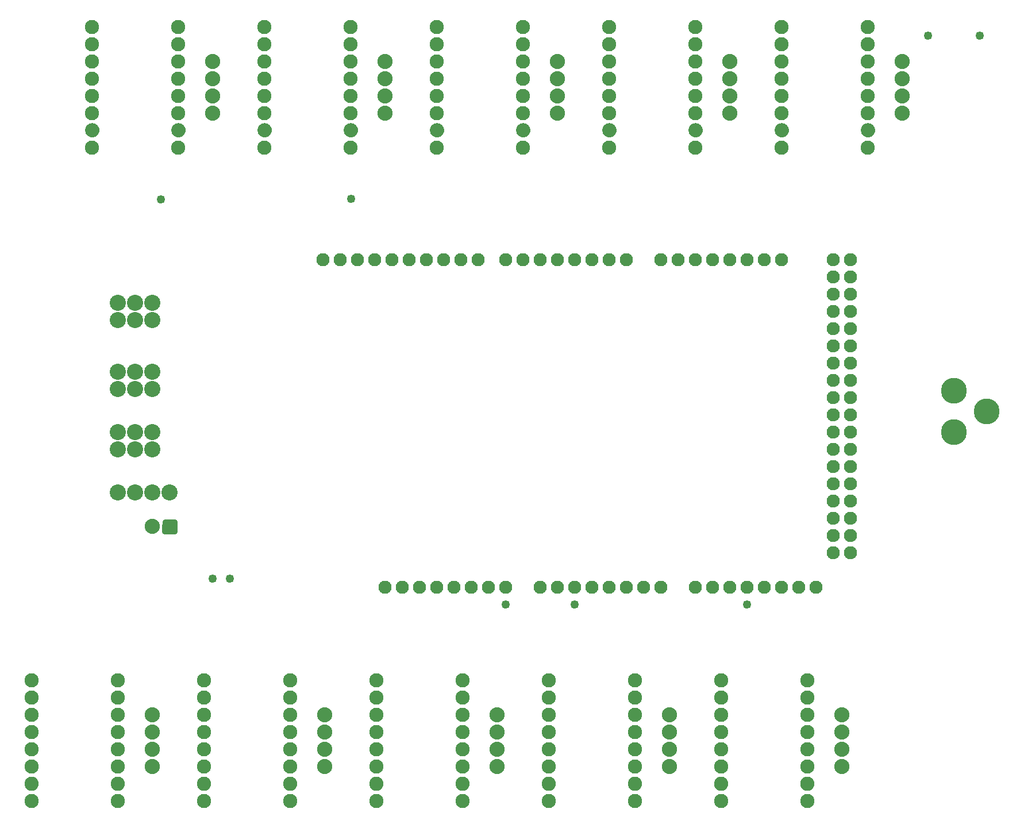
<source format=gbs>
G04 MADE WITH FRITZING*
G04 WWW.FRITZING.ORG*
G04 DOUBLE SIDED*
G04 HOLES PLATED*
G04 CONTOUR ON CENTER OF CONTOUR VECTOR*
%ASAXBY*%
%FSLAX23Y23*%
%MOIN*%
%OFA0B0*%
%SFA1.0B1.0*%
%ADD10C,0.076604*%
%ADD11C,0.076632*%
%ADD12C,0.075993*%
%ADD13C,0.088000*%
%ADD14C,0.093307*%
%ADD15C,0.049370*%
%ADD16C,0.082472*%
%ADD17C,0.082445*%
%ADD18C,0.082417*%
%ADD19C,0.150000*%
%ADD20C,0.000100*%
%ADD21C,0.030000*%
%ADD22R,0.001000X0.001000*%
%LNMASK0*%
G90*
G70*
G54D10*
X3987Y1602D03*
X4087Y1602D03*
X4187Y1602D03*
X4287Y1602D03*
X4387Y1602D03*
X4487Y1602D03*
X4587Y1602D03*
X4687Y1602D03*
X3087Y1602D03*
X3187Y1602D03*
X3287Y1602D03*
X3387Y1602D03*
X3487Y1602D03*
X3587Y1602D03*
X3687Y1602D03*
X3787Y1602D03*
G54D11*
X3787Y3502D03*
X3887Y3502D03*
X3987Y3502D03*
X4087Y3502D03*
X4187Y3502D03*
X4287Y3502D03*
X4387Y3502D03*
X4487Y3502D03*
G54D10*
X2187Y1602D03*
X2287Y1602D03*
X2387Y1602D03*
X2487Y1602D03*
X2587Y1602D03*
X2687Y1602D03*
X2787Y1602D03*
X2887Y1602D03*
G54D11*
X2727Y3502D03*
X2627Y3502D03*
X2527Y3502D03*
X2427Y3502D03*
X2327Y3502D03*
X2227Y3502D03*
X2127Y3502D03*
X2027Y3502D03*
X1927Y3502D03*
X1827Y3502D03*
X3587Y3502D03*
X3487Y3502D03*
X3387Y3502D03*
X3287Y3502D03*
X3187Y3502D03*
X3087Y3502D03*
X2987Y3502D03*
X2887Y3502D03*
G54D12*
X4787Y3502D03*
X4887Y3502D03*
X4787Y3402D03*
X4887Y3402D03*
X4787Y3302D03*
X4887Y3302D03*
X4787Y3202D03*
X4887Y3202D03*
X4787Y3102D03*
X4887Y3102D03*
X4787Y3002D03*
X4887Y3002D03*
X4787Y2902D03*
X4887Y2902D03*
X4787Y2802D03*
X4887Y2802D03*
X4787Y2702D03*
X4887Y2702D03*
X4787Y2602D03*
X4887Y2602D03*
X4787Y2502D03*
X4887Y2502D03*
X4787Y2402D03*
X4887Y2402D03*
X4787Y2302D03*
X4887Y2302D03*
X4787Y2202D03*
X4887Y2202D03*
X4787Y2102D03*
X4887Y2102D03*
X4787Y2002D03*
X4887Y2002D03*
X4787Y1902D03*
X4887Y1902D03*
X4787Y1802D03*
X4887Y1802D03*
G54D13*
X3835Y861D03*
X3835Y761D03*
X3835Y661D03*
X3835Y561D03*
X2835Y860D03*
X2835Y760D03*
X2835Y660D03*
X2835Y560D03*
X1835Y861D03*
X1835Y761D03*
X1835Y661D03*
X1835Y561D03*
X835Y861D03*
X835Y761D03*
X835Y661D03*
X835Y561D03*
X4187Y4652D03*
X4187Y4552D03*
X4187Y4452D03*
X4187Y4352D03*
X3187Y4652D03*
X3187Y4552D03*
X3187Y4452D03*
X3187Y4352D03*
X4835Y861D03*
X4835Y761D03*
X4835Y661D03*
X4835Y561D03*
X5187Y4652D03*
X5187Y4552D03*
X5187Y4452D03*
X5187Y4352D03*
X2187Y4652D03*
X2187Y4552D03*
X2187Y4452D03*
X2187Y4352D03*
X1187Y4652D03*
X1187Y4552D03*
X1187Y4452D03*
X1187Y4352D03*
G54D14*
X837Y2502D03*
X737Y2502D03*
X637Y2502D03*
X837Y2502D03*
X737Y2502D03*
X637Y2502D03*
X637Y2402D03*
X737Y2402D03*
X837Y2402D03*
X837Y2852D03*
X737Y2852D03*
X637Y2852D03*
X837Y2852D03*
X737Y2852D03*
X637Y2852D03*
X637Y2752D03*
X737Y2752D03*
X837Y2752D03*
X837Y3252D03*
X737Y3252D03*
X637Y3252D03*
X837Y3252D03*
X737Y3252D03*
X637Y3252D03*
X637Y3152D03*
X737Y3152D03*
X837Y3152D03*
X937Y2152D03*
X837Y2152D03*
X737Y2152D03*
X637Y2152D03*
G54D13*
X937Y1952D03*
X837Y1954D03*
G54D15*
X5337Y4802D03*
X5637Y4802D03*
X887Y3852D03*
X1988Y3854D03*
X4287Y1502D03*
X3287Y1502D03*
X2887Y1502D03*
X1287Y1652D03*
X1187Y1652D03*
G54D16*
X3635Y361D03*
X3135Y1061D03*
X3135Y961D03*
X3135Y861D03*
X3135Y761D03*
X3135Y661D03*
G54D17*
X3135Y561D03*
G54D16*
X3135Y360D03*
G54D17*
X3635Y1061D03*
G54D18*
X3635Y961D03*
G54D17*
X3635Y861D03*
G54D16*
X3635Y761D03*
G54D17*
X3635Y661D03*
G54D18*
X3635Y561D03*
G54D16*
X2635Y360D03*
X2135Y1061D03*
X2135Y961D03*
X2135Y861D03*
X2135Y760D03*
X2135Y660D03*
G54D17*
X2135Y560D03*
G54D16*
X2135Y360D03*
G54D17*
X2635Y1061D03*
G54D18*
X2635Y961D03*
G54D17*
X2635Y861D03*
G54D16*
X2635Y760D03*
G54D17*
X2635Y660D03*
G54D18*
X2635Y561D03*
G54D16*
X1635Y361D03*
X1135Y1061D03*
X1135Y961D03*
X1135Y861D03*
X1135Y761D03*
X1135Y661D03*
G54D17*
X1135Y561D03*
G54D16*
X1135Y360D03*
G54D17*
X1635Y1061D03*
G54D18*
X1635Y961D03*
G54D17*
X1635Y861D03*
G54D16*
X1635Y761D03*
G54D17*
X1635Y661D03*
G54D18*
X1635Y561D03*
G54D16*
X635Y361D03*
X135Y1061D03*
X135Y961D03*
X135Y861D03*
X135Y761D03*
X135Y661D03*
G54D17*
X135Y561D03*
G54D16*
X135Y360D03*
G54D17*
X635Y1061D03*
G54D18*
X635Y961D03*
G54D17*
X635Y861D03*
G54D16*
X635Y761D03*
G54D17*
X635Y661D03*
G54D18*
X635Y561D03*
G54D16*
X3987Y4152D03*
X3487Y4852D03*
X3487Y4752D03*
X3487Y4652D03*
X3487Y4552D03*
X3487Y4452D03*
G54D17*
X3487Y4352D03*
G54D16*
X3487Y4152D03*
G54D17*
X3987Y4852D03*
G54D18*
X3987Y4752D03*
G54D17*
X3987Y4652D03*
G54D16*
X3987Y4552D03*
G54D17*
X3987Y4452D03*
G54D18*
X3987Y4352D03*
G54D16*
X2987Y4152D03*
X2487Y4852D03*
X2487Y4752D03*
X2487Y4652D03*
X2487Y4552D03*
X2487Y4452D03*
G54D17*
X2487Y4352D03*
G54D16*
X2487Y4152D03*
G54D17*
X2987Y4852D03*
G54D18*
X2987Y4752D03*
G54D17*
X2987Y4652D03*
G54D16*
X2987Y4552D03*
G54D17*
X2987Y4452D03*
G54D18*
X2987Y4352D03*
G54D16*
X4635Y361D03*
X4135Y1061D03*
X4135Y961D03*
X4135Y861D03*
X4135Y761D03*
X4135Y661D03*
G54D17*
X4135Y561D03*
G54D16*
X4135Y360D03*
G54D17*
X4635Y1061D03*
G54D18*
X4635Y961D03*
G54D17*
X4635Y861D03*
G54D16*
X4635Y761D03*
G54D17*
X4635Y661D03*
G54D18*
X4635Y561D03*
G54D16*
X4987Y4152D03*
X4487Y4852D03*
X4487Y4752D03*
X4487Y4652D03*
X4487Y4552D03*
X4487Y4452D03*
G54D17*
X4487Y4352D03*
G54D16*
X4487Y4152D03*
G54D17*
X4987Y4852D03*
G54D18*
X4987Y4752D03*
G54D17*
X4987Y4652D03*
G54D16*
X4987Y4552D03*
G54D17*
X4987Y4452D03*
G54D18*
X4987Y4352D03*
G54D16*
X1987Y4152D03*
X1487Y4852D03*
X1487Y4752D03*
X1487Y4652D03*
X1487Y4552D03*
X1487Y4452D03*
G54D17*
X1487Y4352D03*
G54D16*
X1487Y4152D03*
G54D17*
X1987Y4852D03*
G54D18*
X1987Y4752D03*
G54D17*
X1987Y4652D03*
G54D16*
X1987Y4552D03*
G54D17*
X1987Y4452D03*
G54D18*
X1987Y4352D03*
G54D16*
X987Y4152D03*
X487Y4852D03*
X487Y4752D03*
X487Y4652D03*
X487Y4552D03*
X487Y4452D03*
G54D17*
X487Y4352D03*
G54D16*
X487Y4152D03*
G54D17*
X987Y4852D03*
G54D18*
X987Y4752D03*
G54D17*
X987Y4652D03*
G54D16*
X987Y4552D03*
G54D17*
X987Y4452D03*
G54D18*
X987Y4352D03*
G54D19*
X5487Y2742D03*
X5487Y2502D03*
X5677Y2622D03*
G54D20*
G36*
X965Y1923D02*
X907Y1924D01*
X908Y1982D01*
X966Y1981D01*
X965Y1923D01*
G37*
G54D21*
X965Y1923D02*
X907Y1924D01*
X908Y1982D01*
X966Y1981D01*
X965Y1923D01*
D02*
G54D22*
X484Y4293D02*
X491Y4293D01*
X984Y4293D02*
X991Y4293D01*
X1484Y4293D02*
X1491Y4293D01*
X1984Y4293D02*
X1991Y4293D01*
X2484Y4293D02*
X2491Y4293D01*
X2984Y4293D02*
X2991Y4293D01*
X3483Y4293D02*
X3491Y4293D01*
X3984Y4293D02*
X3991Y4293D01*
X4483Y4293D02*
X4491Y4293D01*
X4984Y4293D02*
X4991Y4293D01*
X478Y4292D02*
X497Y4292D01*
X978Y4292D02*
X997Y4292D01*
X1478Y4292D02*
X1497Y4292D01*
X1978Y4292D02*
X1997Y4292D01*
X2478Y4292D02*
X2497Y4292D01*
X2978Y4292D02*
X2996Y4292D01*
X3478Y4292D02*
X3497Y4292D01*
X3978Y4292D02*
X3997Y4292D01*
X4478Y4292D02*
X4497Y4292D01*
X4978Y4292D02*
X4996Y4292D01*
X475Y4291D02*
X500Y4291D01*
X975Y4291D02*
X1000Y4291D01*
X1475Y4291D02*
X1500Y4291D01*
X1975Y4291D02*
X2000Y4291D01*
X2475Y4291D02*
X2500Y4291D01*
X2975Y4291D02*
X3000Y4291D01*
X3474Y4291D02*
X3500Y4291D01*
X3974Y4291D02*
X4000Y4291D01*
X4474Y4291D02*
X4500Y4291D01*
X4974Y4291D02*
X5000Y4291D01*
X472Y4290D02*
X503Y4290D01*
X972Y4290D02*
X1003Y4290D01*
X1472Y4290D02*
X1503Y4290D01*
X1972Y4290D02*
X2003Y4290D01*
X2472Y4290D02*
X2503Y4290D01*
X2972Y4290D02*
X3003Y4290D01*
X3472Y4290D02*
X3503Y4290D01*
X3972Y4290D02*
X4003Y4290D01*
X4472Y4290D02*
X4503Y4290D01*
X4972Y4290D02*
X5003Y4290D01*
X470Y4289D02*
X505Y4289D01*
X970Y4289D02*
X1005Y4289D01*
X1470Y4289D02*
X1505Y4289D01*
X1970Y4289D02*
X2005Y4289D01*
X2470Y4289D02*
X2505Y4289D01*
X2970Y4289D02*
X3005Y4289D01*
X3470Y4289D02*
X3505Y4289D01*
X3970Y4289D02*
X4005Y4289D01*
X4470Y4289D02*
X4505Y4289D01*
X4970Y4289D02*
X5005Y4289D01*
X468Y4288D02*
X507Y4288D01*
X968Y4288D02*
X1007Y4288D01*
X1468Y4288D02*
X1507Y4288D01*
X1968Y4288D02*
X2007Y4288D01*
X2468Y4288D02*
X2507Y4288D01*
X2968Y4288D02*
X3007Y4288D01*
X3468Y4288D02*
X3507Y4288D01*
X3968Y4288D02*
X4007Y4288D01*
X4468Y4288D02*
X4507Y4288D01*
X4968Y4288D02*
X5007Y4288D01*
X466Y4287D02*
X509Y4287D01*
X966Y4287D02*
X1009Y4287D01*
X1466Y4287D02*
X1509Y4287D01*
X1966Y4287D02*
X2009Y4287D01*
X2466Y4287D02*
X2509Y4287D01*
X2966Y4287D02*
X3008Y4287D01*
X3466Y4287D02*
X3508Y4287D01*
X3966Y4287D02*
X4008Y4287D01*
X4466Y4287D02*
X4508Y4287D01*
X4966Y4287D02*
X5008Y4287D01*
X465Y4286D02*
X510Y4286D01*
X965Y4286D02*
X1010Y4286D01*
X1465Y4286D02*
X1510Y4286D01*
X1965Y4286D02*
X2010Y4286D01*
X2465Y4286D02*
X2510Y4286D01*
X2965Y4286D02*
X3010Y4286D01*
X3465Y4286D02*
X3510Y4286D01*
X3964Y4286D02*
X4010Y4286D01*
X4464Y4286D02*
X4510Y4286D01*
X4964Y4286D02*
X5010Y4286D01*
X463Y4285D02*
X512Y4285D01*
X963Y4285D02*
X1012Y4285D01*
X1463Y4285D02*
X1512Y4285D01*
X1963Y4285D02*
X2011Y4285D01*
X2463Y4285D02*
X2511Y4285D01*
X2963Y4285D02*
X3011Y4285D01*
X3463Y4285D02*
X3511Y4285D01*
X3963Y4285D02*
X4011Y4285D01*
X4463Y4285D02*
X4511Y4285D01*
X4963Y4285D02*
X5011Y4285D01*
X462Y4284D02*
X513Y4284D01*
X962Y4284D02*
X1013Y4284D01*
X1462Y4284D02*
X1513Y4284D01*
X1962Y4284D02*
X2013Y4284D01*
X2462Y4284D02*
X2513Y4284D01*
X2962Y4284D02*
X3013Y4284D01*
X3462Y4284D02*
X3513Y4284D01*
X3962Y4284D02*
X4013Y4284D01*
X4462Y4284D02*
X4513Y4284D01*
X4962Y4284D02*
X5013Y4284D01*
X461Y4283D02*
X514Y4283D01*
X961Y4283D02*
X1014Y4283D01*
X1461Y4283D02*
X1514Y4283D01*
X1961Y4283D02*
X2014Y4283D01*
X2461Y4283D02*
X2514Y4283D01*
X2961Y4283D02*
X3014Y4283D01*
X3461Y4283D02*
X3514Y4283D01*
X3961Y4283D02*
X4014Y4283D01*
X4461Y4283D02*
X4514Y4283D01*
X4961Y4283D02*
X5014Y4283D01*
X460Y4282D02*
X515Y4282D01*
X960Y4282D02*
X1015Y4282D01*
X1460Y4282D02*
X1515Y4282D01*
X1960Y4282D02*
X2015Y4282D01*
X2460Y4282D02*
X2515Y4282D01*
X2960Y4282D02*
X3015Y4282D01*
X3459Y4282D02*
X3515Y4282D01*
X3959Y4282D02*
X4015Y4282D01*
X4459Y4282D02*
X4515Y4282D01*
X4959Y4282D02*
X5015Y4282D01*
X459Y4281D02*
X516Y4281D01*
X959Y4281D02*
X1016Y4281D01*
X1459Y4281D02*
X1516Y4281D01*
X1959Y4281D02*
X2016Y4281D01*
X2459Y4281D02*
X2516Y4281D01*
X2958Y4281D02*
X3016Y4281D01*
X3458Y4281D02*
X3516Y4281D01*
X3958Y4281D02*
X4016Y4281D01*
X4458Y4281D02*
X4516Y4281D01*
X4958Y4281D02*
X5016Y4281D01*
X458Y4280D02*
X517Y4280D01*
X958Y4280D02*
X1017Y4280D01*
X1458Y4280D02*
X1517Y4280D01*
X1958Y4280D02*
X2017Y4280D01*
X2458Y4280D02*
X2517Y4280D01*
X2958Y4280D02*
X3017Y4280D01*
X3458Y4280D02*
X3517Y4280D01*
X3958Y4280D02*
X4017Y4280D01*
X4457Y4280D02*
X4517Y4280D01*
X4957Y4280D02*
X5017Y4280D01*
X457Y4279D02*
X518Y4279D01*
X957Y4279D02*
X1018Y4279D01*
X1457Y4279D02*
X1518Y4279D01*
X1957Y4279D02*
X2018Y4279D01*
X2457Y4279D02*
X2518Y4279D01*
X2957Y4279D02*
X3018Y4279D01*
X3457Y4279D02*
X3518Y4279D01*
X3957Y4279D02*
X4018Y4279D01*
X4457Y4279D02*
X4518Y4279D01*
X4957Y4279D02*
X5018Y4279D01*
X456Y4278D02*
X519Y4278D01*
X956Y4278D02*
X1019Y4278D01*
X1456Y4278D02*
X1519Y4278D01*
X1956Y4278D02*
X2019Y4278D01*
X2456Y4278D02*
X2519Y4278D01*
X2956Y4278D02*
X3019Y4278D01*
X3456Y4278D02*
X3519Y4278D01*
X3956Y4278D02*
X4019Y4278D01*
X4456Y4278D02*
X4519Y4278D01*
X4956Y4278D02*
X5019Y4278D01*
X455Y4277D02*
X520Y4277D01*
X955Y4277D02*
X1020Y4277D01*
X1455Y4277D02*
X1520Y4277D01*
X1955Y4277D02*
X2020Y4277D01*
X2455Y4277D02*
X2520Y4277D01*
X2955Y4277D02*
X3019Y4277D01*
X3455Y4277D02*
X3520Y4277D01*
X3955Y4277D02*
X4019Y4277D01*
X4455Y4277D02*
X4519Y4277D01*
X4955Y4277D02*
X5019Y4277D01*
X454Y4276D02*
X520Y4276D01*
X954Y4276D02*
X1020Y4276D01*
X1454Y4276D02*
X1520Y4276D01*
X1954Y4276D02*
X2020Y4276D01*
X2454Y4276D02*
X2520Y4276D01*
X2954Y4276D02*
X3020Y4276D01*
X3454Y4276D02*
X3520Y4276D01*
X3954Y4276D02*
X4020Y4276D01*
X4454Y4276D02*
X4520Y4276D01*
X4954Y4276D02*
X5020Y4276D01*
X454Y4275D02*
X521Y4275D01*
X954Y4275D02*
X1021Y4275D01*
X1454Y4275D02*
X1521Y4275D01*
X1954Y4275D02*
X2021Y4275D01*
X2454Y4275D02*
X2521Y4275D01*
X2954Y4275D02*
X3021Y4275D01*
X3454Y4275D02*
X3521Y4275D01*
X3954Y4275D02*
X4021Y4275D01*
X4454Y4275D02*
X4521Y4275D01*
X4954Y4275D02*
X5021Y4275D01*
X453Y4274D02*
X522Y4274D01*
X953Y4274D02*
X1022Y4274D01*
X1453Y4274D02*
X1522Y4274D01*
X1953Y4274D02*
X2022Y4274D01*
X2453Y4274D02*
X2522Y4274D01*
X2953Y4274D02*
X3022Y4274D01*
X3453Y4274D02*
X3522Y4274D01*
X3953Y4274D02*
X4022Y4274D01*
X4453Y4274D02*
X4522Y4274D01*
X4953Y4274D02*
X5021Y4274D01*
X453Y4273D02*
X522Y4273D01*
X953Y4273D02*
X1022Y4273D01*
X1452Y4273D02*
X1522Y4273D01*
X1952Y4273D02*
X2022Y4273D01*
X2452Y4273D02*
X2522Y4273D01*
X2952Y4273D02*
X3022Y4273D01*
X3452Y4273D02*
X3522Y4273D01*
X3952Y4273D02*
X4022Y4273D01*
X4452Y4273D02*
X4522Y4273D01*
X4952Y4273D02*
X5022Y4273D01*
X452Y4272D02*
X523Y4272D01*
X952Y4272D02*
X1023Y4272D01*
X1452Y4272D02*
X1523Y4272D01*
X1952Y4272D02*
X2023Y4272D01*
X2452Y4272D02*
X2523Y4272D01*
X2952Y4272D02*
X3023Y4272D01*
X3452Y4272D02*
X3523Y4272D01*
X3952Y4272D02*
X4023Y4272D01*
X4452Y4272D02*
X4523Y4272D01*
X4952Y4272D02*
X5023Y4272D01*
X451Y4271D02*
X524Y4271D01*
X951Y4271D02*
X1023Y4271D01*
X1451Y4271D02*
X1523Y4271D01*
X1951Y4271D02*
X2023Y4271D01*
X2451Y4271D02*
X2523Y4271D01*
X2951Y4271D02*
X3023Y4271D01*
X3451Y4271D02*
X3523Y4271D01*
X3951Y4271D02*
X4023Y4271D01*
X4451Y4271D02*
X4523Y4271D01*
X4951Y4271D02*
X5023Y4271D01*
X451Y4270D02*
X524Y4270D01*
X951Y4270D02*
X1024Y4270D01*
X1451Y4270D02*
X1524Y4270D01*
X1951Y4270D02*
X2024Y4270D01*
X2451Y4270D02*
X2524Y4270D01*
X2951Y4270D02*
X3024Y4270D01*
X3451Y4270D02*
X3524Y4270D01*
X3951Y4270D02*
X4024Y4270D01*
X4451Y4270D02*
X4524Y4270D01*
X4951Y4270D02*
X5024Y4270D01*
X450Y4269D02*
X524Y4269D01*
X950Y4269D02*
X1024Y4269D01*
X1450Y4269D02*
X1524Y4269D01*
X1950Y4269D02*
X2024Y4269D01*
X2450Y4269D02*
X2524Y4269D01*
X2950Y4269D02*
X3024Y4269D01*
X3450Y4269D02*
X3524Y4269D01*
X3950Y4269D02*
X4024Y4269D01*
X4450Y4269D02*
X4524Y4269D01*
X4950Y4269D02*
X5024Y4269D01*
X450Y4268D02*
X525Y4268D01*
X950Y4268D02*
X1025Y4268D01*
X1450Y4268D02*
X1525Y4268D01*
X1950Y4268D02*
X2025Y4268D01*
X2450Y4268D02*
X2525Y4268D01*
X2950Y4268D02*
X3025Y4268D01*
X3450Y4268D02*
X3525Y4268D01*
X3950Y4268D02*
X4025Y4268D01*
X4450Y4268D02*
X4525Y4268D01*
X4950Y4268D02*
X5025Y4268D01*
X450Y4267D02*
X525Y4267D01*
X950Y4267D02*
X1025Y4267D01*
X1449Y4267D02*
X1525Y4267D01*
X1949Y4267D02*
X2025Y4267D01*
X2449Y4267D02*
X2525Y4267D01*
X2949Y4267D02*
X3025Y4267D01*
X3449Y4267D02*
X3525Y4267D01*
X3949Y4267D02*
X4025Y4267D01*
X4449Y4267D02*
X4525Y4267D01*
X4949Y4267D02*
X5025Y4267D01*
X449Y4266D02*
X526Y4266D01*
X949Y4266D02*
X1026Y4266D01*
X1449Y4266D02*
X1526Y4266D01*
X1949Y4266D02*
X2026Y4266D01*
X2449Y4266D02*
X2526Y4266D01*
X2949Y4266D02*
X3026Y4266D01*
X3449Y4266D02*
X3526Y4266D01*
X3949Y4266D02*
X4026Y4266D01*
X4449Y4266D02*
X4525Y4266D01*
X4949Y4266D02*
X5025Y4266D01*
X449Y4265D02*
X526Y4265D01*
X949Y4265D02*
X1026Y4265D01*
X1449Y4265D02*
X1526Y4265D01*
X1949Y4265D02*
X2026Y4265D01*
X2449Y4265D02*
X2526Y4265D01*
X2949Y4265D02*
X3026Y4265D01*
X3449Y4265D02*
X3526Y4265D01*
X3949Y4265D02*
X4026Y4265D01*
X4449Y4265D02*
X4526Y4265D01*
X4949Y4265D02*
X5026Y4265D01*
X449Y4264D02*
X526Y4264D01*
X949Y4264D02*
X1026Y4264D01*
X1448Y4264D02*
X1526Y4264D01*
X1948Y4264D02*
X2026Y4264D01*
X2448Y4264D02*
X2526Y4264D01*
X2948Y4264D02*
X3026Y4264D01*
X3448Y4264D02*
X3526Y4264D01*
X3948Y4264D02*
X4026Y4264D01*
X4448Y4264D02*
X4526Y4264D01*
X4948Y4264D02*
X5026Y4264D01*
X448Y4263D02*
X527Y4263D01*
X948Y4263D02*
X1027Y4263D01*
X1448Y4263D02*
X1527Y4263D01*
X1948Y4263D02*
X2027Y4263D01*
X2448Y4263D02*
X2526Y4263D01*
X2948Y4263D02*
X3026Y4263D01*
X3448Y4263D02*
X3526Y4263D01*
X3948Y4263D02*
X4026Y4263D01*
X4448Y4263D02*
X4526Y4263D01*
X4948Y4263D02*
X5026Y4263D01*
X448Y4262D02*
X527Y4262D01*
X948Y4262D02*
X1027Y4262D01*
X1448Y4262D02*
X1527Y4262D01*
X1948Y4262D02*
X2027Y4262D01*
X2448Y4262D02*
X2527Y4262D01*
X2948Y4262D02*
X3027Y4262D01*
X3448Y4262D02*
X3527Y4262D01*
X3948Y4262D02*
X4027Y4262D01*
X4448Y4262D02*
X4527Y4262D01*
X4948Y4262D02*
X5027Y4262D01*
X448Y4261D02*
X527Y4261D01*
X948Y4261D02*
X1027Y4261D01*
X1448Y4261D02*
X1527Y4261D01*
X1948Y4261D02*
X2027Y4261D01*
X2448Y4261D02*
X2527Y4261D01*
X2948Y4261D02*
X3027Y4261D01*
X3448Y4261D02*
X3527Y4261D01*
X3948Y4261D02*
X4027Y4261D01*
X4448Y4261D02*
X4527Y4261D01*
X4948Y4261D02*
X5027Y4261D01*
X448Y4260D02*
X527Y4260D01*
X948Y4260D02*
X1027Y4260D01*
X1447Y4260D02*
X1527Y4260D01*
X1947Y4260D02*
X2027Y4260D01*
X2447Y4260D02*
X2527Y4260D01*
X2947Y4260D02*
X3027Y4260D01*
X3447Y4260D02*
X3527Y4260D01*
X3947Y4260D02*
X4027Y4260D01*
X4447Y4260D02*
X4527Y4260D01*
X4947Y4260D02*
X5027Y4260D01*
X447Y4259D02*
X527Y4259D01*
X947Y4259D02*
X1027Y4259D01*
X1447Y4259D02*
X1527Y4259D01*
X1947Y4259D02*
X2027Y4259D01*
X2447Y4259D02*
X2527Y4259D01*
X2947Y4259D02*
X3027Y4259D01*
X3447Y4259D02*
X3527Y4259D01*
X3947Y4259D02*
X4027Y4259D01*
X4447Y4259D02*
X4527Y4259D01*
X4947Y4259D02*
X5027Y4259D01*
X447Y4258D02*
X528Y4258D01*
X947Y4258D02*
X1028Y4258D01*
X1447Y4258D02*
X1528Y4258D01*
X1947Y4258D02*
X2028Y4258D01*
X2447Y4258D02*
X2528Y4258D01*
X2947Y4258D02*
X3027Y4258D01*
X3447Y4258D02*
X3527Y4258D01*
X3947Y4258D02*
X4027Y4258D01*
X4447Y4258D02*
X4527Y4258D01*
X4947Y4258D02*
X5027Y4258D01*
X447Y4257D02*
X528Y4257D01*
X947Y4257D02*
X1028Y4257D01*
X1447Y4257D02*
X1528Y4257D01*
X1947Y4257D02*
X2028Y4257D01*
X2447Y4257D02*
X2528Y4257D01*
X2947Y4257D02*
X3028Y4257D01*
X3447Y4257D02*
X3528Y4257D01*
X3947Y4257D02*
X4028Y4257D01*
X4447Y4257D02*
X4528Y4257D01*
X4947Y4257D02*
X5028Y4257D01*
X447Y4256D02*
X528Y4256D01*
X947Y4256D02*
X1028Y4256D01*
X1447Y4256D02*
X1528Y4256D01*
X1947Y4256D02*
X2028Y4256D01*
X2447Y4256D02*
X2528Y4256D01*
X2947Y4256D02*
X3028Y4256D01*
X3447Y4256D02*
X3528Y4256D01*
X3947Y4256D02*
X4028Y4256D01*
X4447Y4256D02*
X4528Y4256D01*
X4947Y4256D02*
X5028Y4256D01*
X447Y4255D02*
X528Y4255D01*
X947Y4255D02*
X1028Y4255D01*
X1447Y4255D02*
X1528Y4255D01*
X1947Y4255D02*
X2028Y4255D01*
X2447Y4255D02*
X2528Y4255D01*
X2947Y4255D02*
X3028Y4255D01*
X3447Y4255D02*
X3528Y4255D01*
X3947Y4255D02*
X4028Y4255D01*
X4447Y4255D02*
X4528Y4255D01*
X4947Y4255D02*
X5028Y4255D01*
X447Y4254D02*
X528Y4254D01*
X947Y4254D02*
X1028Y4254D01*
X1447Y4254D02*
X1528Y4254D01*
X1947Y4254D02*
X2028Y4254D01*
X2447Y4254D02*
X2528Y4254D01*
X2947Y4254D02*
X3028Y4254D01*
X3447Y4254D02*
X3528Y4254D01*
X3947Y4254D02*
X4028Y4254D01*
X4447Y4254D02*
X4528Y4254D01*
X4947Y4254D02*
X5028Y4254D01*
X447Y4253D02*
X528Y4253D01*
X947Y4253D02*
X1028Y4253D01*
X1447Y4253D02*
X1528Y4253D01*
X1947Y4253D02*
X2028Y4253D01*
X2447Y4253D02*
X2528Y4253D01*
X2947Y4253D02*
X3028Y4253D01*
X3447Y4253D02*
X3528Y4253D01*
X3947Y4253D02*
X4028Y4253D01*
X4447Y4253D02*
X4528Y4253D01*
X4947Y4253D02*
X5028Y4253D01*
X447Y4252D02*
X528Y4252D01*
X947Y4252D02*
X1028Y4252D01*
X1447Y4252D02*
X1528Y4252D01*
X1947Y4252D02*
X2028Y4252D01*
X2447Y4252D02*
X2528Y4252D01*
X2947Y4252D02*
X3028Y4252D01*
X3447Y4252D02*
X3528Y4252D01*
X3947Y4252D02*
X4028Y4252D01*
X4446Y4252D02*
X4528Y4252D01*
X4946Y4252D02*
X5028Y4252D01*
X447Y4251D02*
X528Y4251D01*
X947Y4251D02*
X1028Y4251D01*
X1447Y4251D02*
X1528Y4251D01*
X1947Y4251D02*
X2028Y4251D01*
X2447Y4251D02*
X2528Y4251D01*
X2947Y4251D02*
X3028Y4251D01*
X3447Y4251D02*
X3528Y4251D01*
X3947Y4251D02*
X4028Y4251D01*
X4447Y4251D02*
X4528Y4251D01*
X4947Y4251D02*
X5028Y4251D01*
X447Y4250D02*
X528Y4250D01*
X947Y4250D02*
X1028Y4250D01*
X1447Y4250D02*
X1528Y4250D01*
X1947Y4250D02*
X2028Y4250D01*
X2447Y4250D02*
X2528Y4250D01*
X2947Y4250D02*
X3028Y4250D01*
X3447Y4250D02*
X3528Y4250D01*
X3947Y4250D02*
X4028Y4250D01*
X4447Y4250D02*
X4528Y4250D01*
X4947Y4250D02*
X5028Y4250D01*
X447Y4249D02*
X528Y4249D01*
X947Y4249D02*
X1028Y4249D01*
X1447Y4249D02*
X1528Y4249D01*
X1947Y4249D02*
X2028Y4249D01*
X2447Y4249D02*
X2528Y4249D01*
X2947Y4249D02*
X3028Y4249D01*
X3447Y4249D02*
X3528Y4249D01*
X3947Y4249D02*
X4028Y4249D01*
X4447Y4249D02*
X4528Y4249D01*
X4947Y4249D02*
X5028Y4249D01*
X447Y4248D02*
X528Y4248D01*
X947Y4248D02*
X1028Y4248D01*
X1447Y4248D02*
X1528Y4248D01*
X1947Y4248D02*
X2028Y4248D01*
X2447Y4248D02*
X2528Y4248D01*
X2947Y4248D02*
X3028Y4248D01*
X3447Y4248D02*
X3528Y4248D01*
X3947Y4248D02*
X4028Y4248D01*
X4447Y4248D02*
X4528Y4248D01*
X4947Y4248D02*
X5028Y4248D01*
X447Y4247D02*
X528Y4247D01*
X947Y4247D02*
X1028Y4247D01*
X1447Y4247D02*
X1528Y4247D01*
X1947Y4247D02*
X2028Y4247D01*
X2447Y4247D02*
X2528Y4247D01*
X2947Y4247D02*
X3028Y4247D01*
X3447Y4247D02*
X3528Y4247D01*
X3947Y4247D02*
X4028Y4247D01*
X4447Y4247D02*
X4528Y4247D01*
X4947Y4247D02*
X5028Y4247D01*
X447Y4246D02*
X528Y4246D01*
X947Y4246D02*
X1028Y4246D01*
X1447Y4246D02*
X1528Y4246D01*
X1947Y4246D02*
X2028Y4246D01*
X2447Y4246D02*
X2528Y4246D01*
X2947Y4246D02*
X3027Y4246D01*
X3447Y4246D02*
X3527Y4246D01*
X3947Y4246D02*
X4027Y4246D01*
X4447Y4246D02*
X4527Y4246D01*
X4947Y4246D02*
X5027Y4246D01*
X447Y4245D02*
X527Y4245D01*
X947Y4245D02*
X1027Y4245D01*
X1447Y4245D02*
X1527Y4245D01*
X1947Y4245D02*
X2027Y4245D01*
X2447Y4245D02*
X2527Y4245D01*
X2947Y4245D02*
X3027Y4245D01*
X3447Y4245D02*
X3527Y4245D01*
X3947Y4245D02*
X4027Y4245D01*
X4447Y4245D02*
X4527Y4245D01*
X4947Y4245D02*
X5027Y4245D01*
X448Y4244D02*
X527Y4244D01*
X948Y4244D02*
X1027Y4244D01*
X1448Y4244D02*
X1527Y4244D01*
X1948Y4244D02*
X2027Y4244D01*
X2447Y4244D02*
X2527Y4244D01*
X2947Y4244D02*
X3027Y4244D01*
X3447Y4244D02*
X3527Y4244D01*
X3947Y4244D02*
X4027Y4244D01*
X4447Y4244D02*
X4527Y4244D01*
X4947Y4244D02*
X5027Y4244D01*
X448Y4243D02*
X527Y4243D01*
X948Y4243D02*
X1027Y4243D01*
X1448Y4243D02*
X1527Y4243D01*
X1948Y4243D02*
X2027Y4243D01*
X2448Y4243D02*
X2527Y4243D01*
X2948Y4243D02*
X3027Y4243D01*
X3448Y4243D02*
X3527Y4243D01*
X3948Y4243D02*
X4027Y4243D01*
X4448Y4243D02*
X4527Y4243D01*
X4948Y4243D02*
X5027Y4243D01*
X448Y4242D02*
X527Y4242D01*
X948Y4242D02*
X1027Y4242D01*
X1448Y4242D02*
X1527Y4242D01*
X1948Y4242D02*
X2027Y4242D01*
X2448Y4242D02*
X2527Y4242D01*
X2948Y4242D02*
X3027Y4242D01*
X3448Y4242D02*
X3527Y4242D01*
X3948Y4242D02*
X4027Y4242D01*
X4448Y4242D02*
X4527Y4242D01*
X4948Y4242D02*
X5027Y4242D01*
X448Y4241D02*
X527Y4241D01*
X948Y4241D02*
X1027Y4241D01*
X1448Y4241D02*
X1527Y4241D01*
X1948Y4241D02*
X2026Y4241D01*
X2448Y4241D02*
X2526Y4241D01*
X2948Y4241D02*
X3026Y4241D01*
X3448Y4241D02*
X3526Y4241D01*
X3948Y4241D02*
X4026Y4241D01*
X4448Y4241D02*
X4526Y4241D01*
X4948Y4241D02*
X5026Y4241D01*
X449Y4240D02*
X526Y4240D01*
X949Y4240D02*
X1026Y4240D01*
X1449Y4240D02*
X1526Y4240D01*
X1948Y4240D02*
X2026Y4240D01*
X2448Y4240D02*
X2526Y4240D01*
X2948Y4240D02*
X3026Y4240D01*
X3448Y4240D02*
X3526Y4240D01*
X3948Y4240D02*
X4026Y4240D01*
X4448Y4240D02*
X4526Y4240D01*
X4948Y4240D02*
X5026Y4240D01*
X449Y4239D02*
X526Y4239D01*
X949Y4239D02*
X1026Y4239D01*
X1449Y4239D02*
X1526Y4239D01*
X1949Y4239D02*
X2026Y4239D01*
X2449Y4239D02*
X2526Y4239D01*
X2949Y4239D02*
X3026Y4239D01*
X3449Y4239D02*
X3526Y4239D01*
X3949Y4239D02*
X4026Y4239D01*
X4449Y4239D02*
X4526Y4239D01*
X4949Y4239D02*
X5026Y4239D01*
X449Y4238D02*
X526Y4238D01*
X949Y4238D02*
X1026Y4238D01*
X1449Y4238D02*
X1526Y4238D01*
X1949Y4238D02*
X2026Y4238D01*
X2449Y4238D02*
X2526Y4238D01*
X2949Y4238D02*
X3025Y4238D01*
X3449Y4238D02*
X3525Y4238D01*
X3949Y4238D02*
X4025Y4238D01*
X4449Y4238D02*
X4525Y4238D01*
X4949Y4238D02*
X5025Y4238D01*
X450Y4237D02*
X525Y4237D01*
X950Y4237D02*
X1025Y4237D01*
X1450Y4237D02*
X1525Y4237D01*
X1950Y4237D02*
X2025Y4237D01*
X2449Y4237D02*
X2525Y4237D01*
X2949Y4237D02*
X3025Y4237D01*
X3449Y4237D02*
X3525Y4237D01*
X3949Y4237D02*
X4025Y4237D01*
X4449Y4237D02*
X4525Y4237D01*
X4949Y4237D02*
X5025Y4237D01*
X450Y4236D02*
X525Y4236D01*
X950Y4236D02*
X1025Y4236D01*
X1450Y4236D02*
X1525Y4236D01*
X1950Y4236D02*
X2025Y4236D01*
X2450Y4236D02*
X2525Y4236D01*
X2950Y4236D02*
X3025Y4236D01*
X3450Y4236D02*
X3525Y4236D01*
X3950Y4236D02*
X4025Y4236D01*
X4450Y4236D02*
X4525Y4236D01*
X4950Y4236D02*
X5025Y4236D01*
X450Y4235D02*
X524Y4235D01*
X950Y4235D02*
X1024Y4235D01*
X1450Y4235D02*
X1524Y4235D01*
X1950Y4235D02*
X2024Y4235D01*
X2450Y4235D02*
X2524Y4235D01*
X2950Y4235D02*
X3024Y4235D01*
X3450Y4235D02*
X3524Y4235D01*
X3950Y4235D02*
X4024Y4235D01*
X4450Y4235D02*
X4524Y4235D01*
X4950Y4235D02*
X5024Y4235D01*
X451Y4234D02*
X524Y4234D01*
X951Y4234D02*
X1024Y4234D01*
X1451Y4234D02*
X1524Y4234D01*
X1951Y4234D02*
X2024Y4234D01*
X2451Y4234D02*
X2524Y4234D01*
X2951Y4234D02*
X3024Y4234D01*
X3451Y4234D02*
X3524Y4234D01*
X3951Y4234D02*
X4024Y4234D01*
X4451Y4234D02*
X4524Y4234D01*
X4951Y4234D02*
X5024Y4234D01*
X451Y4233D02*
X523Y4233D01*
X951Y4233D02*
X1023Y4233D01*
X1451Y4233D02*
X1523Y4233D01*
X1951Y4233D02*
X2023Y4233D01*
X2451Y4233D02*
X2523Y4233D01*
X2951Y4233D02*
X3023Y4233D01*
X3451Y4233D02*
X3523Y4233D01*
X3951Y4233D02*
X4023Y4233D01*
X4451Y4233D02*
X4523Y4233D01*
X4951Y4233D02*
X5023Y4233D01*
X452Y4232D02*
X523Y4232D01*
X952Y4232D02*
X1023Y4232D01*
X1452Y4232D02*
X1523Y4232D01*
X1952Y4232D02*
X2023Y4232D01*
X2452Y4232D02*
X2523Y4232D01*
X2952Y4232D02*
X3023Y4232D01*
X3452Y4232D02*
X3523Y4232D01*
X3952Y4232D02*
X4023Y4232D01*
X4452Y4232D02*
X4523Y4232D01*
X4952Y4232D02*
X5023Y4232D01*
X453Y4231D02*
X522Y4231D01*
X953Y4231D02*
X1022Y4231D01*
X1453Y4231D02*
X1522Y4231D01*
X1953Y4231D02*
X2022Y4231D01*
X2452Y4231D02*
X2522Y4231D01*
X2952Y4231D02*
X3022Y4231D01*
X3452Y4231D02*
X3522Y4231D01*
X3952Y4231D02*
X4022Y4231D01*
X4452Y4231D02*
X4522Y4231D01*
X4952Y4231D02*
X5022Y4231D01*
X453Y4230D02*
X522Y4230D01*
X953Y4230D02*
X1022Y4230D01*
X1453Y4230D02*
X1522Y4230D01*
X1953Y4230D02*
X2022Y4230D01*
X2453Y4230D02*
X2522Y4230D01*
X2953Y4230D02*
X3022Y4230D01*
X3453Y4230D02*
X3521Y4230D01*
X3953Y4230D02*
X4021Y4230D01*
X4453Y4230D02*
X4521Y4230D01*
X4953Y4230D02*
X5021Y4230D01*
X454Y4229D02*
X521Y4229D01*
X954Y4229D02*
X1021Y4229D01*
X1454Y4229D02*
X1521Y4229D01*
X1954Y4229D02*
X2021Y4229D01*
X2454Y4229D02*
X2521Y4229D01*
X2954Y4229D02*
X3021Y4229D01*
X3454Y4229D02*
X3521Y4229D01*
X3954Y4229D02*
X4021Y4229D01*
X4454Y4229D02*
X4521Y4229D01*
X4954Y4229D02*
X5021Y4229D01*
X455Y4228D02*
X520Y4228D01*
X955Y4228D02*
X1020Y4228D01*
X1455Y4228D02*
X1520Y4228D01*
X1955Y4228D02*
X2020Y4228D01*
X2454Y4228D02*
X2520Y4228D01*
X2954Y4228D02*
X3020Y4228D01*
X3454Y4228D02*
X3520Y4228D01*
X3954Y4228D02*
X4020Y4228D01*
X4454Y4228D02*
X4520Y4228D01*
X4954Y4228D02*
X5020Y4228D01*
X455Y4227D02*
X520Y4227D01*
X955Y4227D02*
X1020Y4227D01*
X1455Y4227D02*
X1520Y4227D01*
X1955Y4227D02*
X2019Y4227D01*
X2455Y4227D02*
X2519Y4227D01*
X2955Y4227D02*
X3019Y4227D01*
X3455Y4227D02*
X3519Y4227D01*
X3955Y4227D02*
X4019Y4227D01*
X4455Y4227D02*
X4519Y4227D01*
X4955Y4227D02*
X5019Y4227D01*
X456Y4226D02*
X519Y4226D01*
X956Y4226D02*
X1019Y4226D01*
X1456Y4226D02*
X1519Y4226D01*
X1956Y4226D02*
X2019Y4226D01*
X2456Y4226D02*
X2519Y4226D01*
X2956Y4226D02*
X3019Y4226D01*
X3456Y4226D02*
X3519Y4226D01*
X3956Y4226D02*
X4019Y4226D01*
X4456Y4226D02*
X4519Y4226D01*
X4956Y4226D02*
X5019Y4226D01*
X457Y4225D02*
X518Y4225D01*
X957Y4225D02*
X1018Y4225D01*
X1457Y4225D02*
X1518Y4225D01*
X1957Y4225D02*
X2018Y4225D01*
X2457Y4225D02*
X2518Y4225D01*
X2957Y4225D02*
X3018Y4225D01*
X3457Y4225D02*
X3518Y4225D01*
X3957Y4225D02*
X4018Y4225D01*
X4457Y4225D02*
X4518Y4225D01*
X4957Y4225D02*
X5018Y4225D01*
X458Y4224D02*
X517Y4224D01*
X958Y4224D02*
X1017Y4224D01*
X1458Y4224D02*
X1517Y4224D01*
X1958Y4224D02*
X2017Y4224D01*
X2458Y4224D02*
X2517Y4224D01*
X2958Y4224D02*
X3017Y4224D01*
X3458Y4224D02*
X3517Y4224D01*
X3958Y4224D02*
X4017Y4224D01*
X4458Y4224D02*
X4517Y4224D01*
X4958Y4224D02*
X5017Y4224D01*
X459Y4223D02*
X516Y4223D01*
X959Y4223D02*
X1016Y4223D01*
X1459Y4223D02*
X1516Y4223D01*
X1959Y4223D02*
X2016Y4223D01*
X2459Y4223D02*
X2516Y4223D01*
X2959Y4223D02*
X3016Y4223D01*
X3459Y4223D02*
X3516Y4223D01*
X3959Y4223D02*
X4016Y4223D01*
X4459Y4223D02*
X4516Y4223D01*
X4959Y4223D02*
X5016Y4223D01*
X460Y4222D02*
X515Y4222D01*
X960Y4222D02*
X1015Y4222D01*
X1460Y4222D02*
X1515Y4222D01*
X1960Y4222D02*
X2015Y4222D01*
X2460Y4222D02*
X2515Y4222D01*
X2960Y4222D02*
X3015Y4222D01*
X3460Y4222D02*
X3515Y4222D01*
X3960Y4222D02*
X4015Y4222D01*
X4460Y4222D02*
X4515Y4222D01*
X4960Y4222D02*
X5015Y4222D01*
X461Y4221D02*
X514Y4221D01*
X961Y4221D02*
X1014Y4221D01*
X1461Y4221D02*
X1514Y4221D01*
X1961Y4221D02*
X2014Y4221D01*
X2461Y4221D02*
X2514Y4221D01*
X2961Y4221D02*
X3014Y4221D01*
X3461Y4221D02*
X3514Y4221D01*
X3961Y4221D02*
X4014Y4221D01*
X4461Y4221D02*
X4514Y4221D01*
X4961Y4221D02*
X5014Y4221D01*
X462Y4220D02*
X513Y4220D01*
X962Y4220D02*
X1013Y4220D01*
X1462Y4220D02*
X1513Y4220D01*
X1962Y4220D02*
X2013Y4220D01*
X2462Y4220D02*
X2513Y4220D01*
X2962Y4220D02*
X3013Y4220D01*
X3462Y4220D02*
X3513Y4220D01*
X3962Y4220D02*
X4013Y4220D01*
X4462Y4220D02*
X4513Y4220D01*
X4962Y4220D02*
X5012Y4220D01*
X463Y4219D02*
X511Y4219D01*
X963Y4219D02*
X1011Y4219D01*
X1463Y4219D02*
X1511Y4219D01*
X1963Y4219D02*
X2011Y4219D01*
X2463Y4219D02*
X2511Y4219D01*
X2963Y4219D02*
X3011Y4219D01*
X3463Y4219D02*
X3511Y4219D01*
X3963Y4219D02*
X4011Y4219D01*
X4463Y4219D02*
X4511Y4219D01*
X4963Y4219D02*
X5011Y4219D01*
X465Y4218D02*
X510Y4218D01*
X965Y4218D02*
X1010Y4218D01*
X1465Y4218D02*
X1510Y4218D01*
X1965Y4218D02*
X2010Y4218D01*
X2465Y4218D02*
X2510Y4218D01*
X2965Y4218D02*
X3010Y4218D01*
X3465Y4218D02*
X3510Y4218D01*
X3965Y4218D02*
X4010Y4218D01*
X4465Y4218D02*
X4510Y4218D01*
X4965Y4218D02*
X5010Y4218D01*
X466Y4217D02*
X508Y4217D01*
X966Y4217D02*
X1008Y4217D01*
X1466Y4217D02*
X1508Y4217D01*
X1966Y4217D02*
X2008Y4217D01*
X2466Y4217D02*
X2508Y4217D01*
X2966Y4217D02*
X3008Y4217D01*
X3466Y4217D02*
X3508Y4217D01*
X3966Y4217D02*
X4008Y4217D01*
X4466Y4217D02*
X4508Y4217D01*
X4966Y4217D02*
X5008Y4217D01*
X468Y4216D02*
X507Y4216D01*
X968Y4216D02*
X1007Y4216D01*
X1468Y4216D02*
X1507Y4216D01*
X1968Y4216D02*
X2007Y4216D01*
X2468Y4216D02*
X2507Y4216D01*
X2968Y4216D02*
X3007Y4216D01*
X3468Y4216D02*
X3507Y4216D01*
X3968Y4216D02*
X4007Y4216D01*
X4468Y4216D02*
X4507Y4216D01*
X4968Y4216D02*
X5007Y4216D01*
X470Y4215D02*
X505Y4215D01*
X970Y4215D02*
X1005Y4215D01*
X1470Y4215D02*
X1505Y4215D01*
X1970Y4215D02*
X2005Y4215D01*
X2470Y4215D02*
X2505Y4215D01*
X2970Y4215D02*
X3005Y4215D01*
X3470Y4215D02*
X3505Y4215D01*
X3970Y4215D02*
X4005Y4215D01*
X4470Y4215D02*
X4505Y4215D01*
X4970Y4215D02*
X5005Y4215D01*
X472Y4214D02*
X503Y4214D01*
X972Y4214D02*
X1003Y4214D01*
X1472Y4214D02*
X1503Y4214D01*
X1972Y4214D02*
X2003Y4214D01*
X2472Y4214D02*
X2503Y4214D01*
X2972Y4214D02*
X3003Y4214D01*
X3472Y4214D02*
X3503Y4214D01*
X3972Y4214D02*
X4003Y4214D01*
X4472Y4214D02*
X4503Y4214D01*
X4972Y4214D02*
X5002Y4214D01*
X475Y4213D02*
X500Y4213D01*
X975Y4213D02*
X1000Y4213D01*
X1475Y4213D02*
X1500Y4213D01*
X1975Y4213D02*
X2000Y4213D01*
X2475Y4213D02*
X2500Y4213D01*
X2975Y4213D02*
X3000Y4213D01*
X3475Y4213D02*
X3500Y4213D01*
X3975Y4213D02*
X4000Y4213D01*
X4475Y4213D02*
X4500Y4213D01*
X4975Y4213D02*
X5000Y4213D01*
X479Y4212D02*
X496Y4212D01*
X979Y4212D02*
X996Y4212D01*
X1479Y4212D02*
X1496Y4212D01*
X1979Y4212D02*
X1996Y4212D01*
X2478Y4212D02*
X2496Y4212D01*
X2978Y4212D02*
X2996Y4212D01*
X3478Y4212D02*
X3496Y4212D01*
X3979Y4212D02*
X3996Y4212D01*
X4478Y4212D02*
X4496Y4212D01*
X4978Y4212D02*
X4996Y4212D01*
X485Y4211D02*
X490Y4211D01*
X985Y4211D02*
X989Y4211D01*
X1485Y4211D02*
X1490Y4211D01*
X1985Y4211D02*
X1989Y4211D01*
X2485Y4211D02*
X2490Y4211D01*
X2985Y4211D02*
X2990Y4211D01*
X3485Y4211D02*
X3490Y4211D01*
X3985Y4211D02*
X3989Y4211D01*
X4485Y4211D02*
X4489Y4211D01*
X4985Y4211D02*
X4989Y4211D01*
X134Y502D02*
X137Y502D01*
X634Y502D02*
X637Y502D01*
X1134Y502D02*
X1137Y502D01*
X1634Y502D02*
X1637Y502D01*
X2134Y502D02*
X2137Y502D01*
X2634Y502D02*
X2637Y502D01*
X3134Y502D02*
X3137Y502D01*
X3634Y502D02*
X3637Y502D01*
X4134Y502D02*
X4137Y502D01*
X4634Y502D02*
X4637Y502D01*
X127Y501D02*
X144Y501D01*
X627Y501D02*
X644Y501D01*
X1127Y501D02*
X1144Y501D01*
X1627Y501D02*
X1644Y501D01*
X2127Y501D02*
X2144Y501D01*
X2627Y501D02*
X2644Y501D01*
X3127Y501D02*
X3144Y501D01*
X3627Y501D02*
X3644Y501D01*
X4127Y501D02*
X4144Y501D01*
X4627Y501D02*
X4644Y501D01*
X123Y500D02*
X148Y500D01*
X623Y500D02*
X648Y500D01*
X1123Y500D02*
X1148Y500D01*
X1623Y500D02*
X1648Y500D01*
X2123Y500D02*
X2148Y500D01*
X2623Y500D02*
X2648Y500D01*
X3123Y500D02*
X3148Y500D01*
X3623Y500D02*
X3648Y500D01*
X4123Y500D02*
X4148Y500D01*
X4623Y500D02*
X4648Y500D01*
X120Y499D02*
X151Y499D01*
X620Y499D02*
X651Y499D01*
X1120Y499D02*
X1151Y499D01*
X1620Y499D02*
X1651Y499D01*
X2120Y499D02*
X2151Y499D01*
X2620Y499D02*
X2651Y499D01*
X3120Y499D02*
X3151Y499D01*
X3620Y499D02*
X3651Y499D01*
X4120Y499D02*
X4151Y499D01*
X4620Y499D02*
X4651Y499D01*
X118Y498D02*
X153Y498D01*
X618Y498D02*
X653Y498D01*
X1118Y498D02*
X1153Y498D01*
X1618Y498D02*
X1653Y498D01*
X2118Y498D02*
X2153Y498D01*
X2618Y498D02*
X2653Y498D01*
X3118Y498D02*
X3153Y498D01*
X3618Y498D02*
X3653Y498D01*
X4118Y498D02*
X4153Y498D01*
X4618Y498D02*
X4653Y498D01*
X116Y497D02*
X155Y497D01*
X616Y497D02*
X655Y497D01*
X1116Y497D02*
X1155Y497D01*
X1616Y497D02*
X1655Y497D01*
X2116Y497D02*
X2155Y497D01*
X2616Y497D02*
X2655Y497D01*
X3116Y497D02*
X3155Y497D01*
X3616Y497D02*
X3655Y497D01*
X4116Y497D02*
X4155Y497D01*
X4616Y497D02*
X4655Y497D01*
X115Y496D02*
X157Y496D01*
X615Y496D02*
X656Y496D01*
X1115Y496D02*
X1156Y496D01*
X1615Y496D02*
X1656Y496D01*
X2114Y496D02*
X2156Y496D01*
X2614Y496D02*
X2656Y496D01*
X3114Y496D02*
X3156Y496D01*
X3614Y496D02*
X3656Y496D01*
X4114Y496D02*
X4156Y496D01*
X4614Y496D02*
X4656Y496D01*
X113Y495D02*
X158Y495D01*
X613Y495D02*
X658Y495D01*
X1113Y495D02*
X1158Y495D01*
X1613Y495D02*
X1658Y495D01*
X2113Y495D02*
X2158Y495D01*
X2613Y495D02*
X2658Y495D01*
X3113Y495D02*
X3158Y495D01*
X3613Y495D02*
X3658Y495D01*
X4113Y495D02*
X4158Y495D01*
X4613Y495D02*
X4658Y495D01*
X112Y494D02*
X160Y494D01*
X612Y494D02*
X659Y494D01*
X1112Y494D02*
X1159Y494D01*
X1612Y494D02*
X1659Y494D01*
X2112Y494D02*
X2159Y494D01*
X2611Y494D02*
X2659Y494D01*
X3111Y494D02*
X3159Y494D01*
X3611Y494D02*
X3659Y494D01*
X4111Y494D02*
X4159Y494D01*
X4611Y494D02*
X4659Y494D01*
X110Y493D02*
X161Y493D01*
X610Y493D02*
X661Y493D01*
X1110Y493D02*
X1161Y493D01*
X1610Y493D02*
X1661Y493D01*
X2110Y493D02*
X2161Y493D01*
X2610Y493D02*
X2661Y493D01*
X3110Y493D02*
X3161Y493D01*
X3610Y493D02*
X3661Y493D01*
X4110Y493D02*
X4161Y493D01*
X4610Y493D02*
X4661Y493D01*
X109Y492D02*
X162Y492D01*
X609Y492D02*
X662Y492D01*
X1109Y492D02*
X1162Y492D01*
X1609Y492D02*
X1662Y492D01*
X2109Y492D02*
X2162Y492D01*
X2609Y492D02*
X2662Y492D01*
X3109Y492D02*
X3162Y492D01*
X3609Y492D02*
X3662Y492D01*
X4109Y492D02*
X4162Y492D01*
X4609Y492D02*
X4662Y492D01*
X108Y491D02*
X163Y491D01*
X608Y491D02*
X663Y491D01*
X1108Y491D02*
X1163Y491D01*
X1608Y491D02*
X1663Y491D01*
X2108Y491D02*
X2163Y491D01*
X2608Y491D02*
X2663Y491D01*
X3108Y491D02*
X3163Y491D01*
X3608Y491D02*
X3663Y491D01*
X4108Y491D02*
X4163Y491D01*
X4608Y491D02*
X4663Y491D01*
X107Y490D02*
X164Y490D01*
X607Y490D02*
X664Y490D01*
X1107Y490D02*
X1164Y490D01*
X1607Y490D02*
X1664Y490D01*
X2107Y490D02*
X2164Y490D01*
X2607Y490D02*
X2664Y490D01*
X3107Y490D02*
X3164Y490D01*
X3607Y490D02*
X3664Y490D01*
X4107Y490D02*
X4164Y490D01*
X4607Y490D02*
X4664Y490D01*
X106Y489D02*
X165Y489D01*
X606Y489D02*
X665Y489D01*
X1106Y489D02*
X1165Y489D01*
X1606Y489D02*
X1665Y489D01*
X2106Y489D02*
X2165Y489D01*
X2606Y489D02*
X2665Y489D01*
X3106Y489D02*
X3165Y489D01*
X3606Y489D02*
X3665Y489D01*
X4106Y489D02*
X4165Y489D01*
X4606Y489D02*
X4665Y489D01*
X105Y488D02*
X166Y488D01*
X605Y488D02*
X666Y488D01*
X1105Y488D02*
X1166Y488D01*
X1605Y488D02*
X1666Y488D01*
X2105Y488D02*
X2166Y488D01*
X2605Y488D02*
X2666Y488D01*
X3105Y488D02*
X3166Y488D01*
X3605Y488D02*
X3666Y488D01*
X4105Y488D02*
X4166Y488D01*
X4605Y488D02*
X4666Y488D01*
X104Y487D02*
X167Y487D01*
X604Y487D02*
X667Y487D01*
X1104Y487D02*
X1167Y487D01*
X1604Y487D02*
X1667Y487D01*
X2104Y487D02*
X2167Y487D01*
X2604Y487D02*
X2667Y487D01*
X3104Y487D02*
X3167Y487D01*
X3604Y487D02*
X3667Y487D01*
X4104Y487D02*
X4167Y487D01*
X4604Y487D02*
X4667Y487D01*
X103Y486D02*
X168Y486D01*
X603Y486D02*
X668Y486D01*
X1103Y486D02*
X1168Y486D01*
X1603Y486D02*
X1668Y486D01*
X2103Y486D02*
X2168Y486D01*
X2603Y486D02*
X2668Y486D01*
X3103Y486D02*
X3168Y486D01*
X3603Y486D02*
X3667Y486D01*
X4103Y486D02*
X4167Y486D01*
X4603Y486D02*
X4667Y486D01*
X103Y485D02*
X168Y485D01*
X603Y485D02*
X668Y485D01*
X1103Y485D02*
X1168Y485D01*
X1603Y485D02*
X1668Y485D01*
X2103Y485D02*
X2168Y485D01*
X2603Y485D02*
X2668Y485D01*
X3103Y485D02*
X3168Y485D01*
X3603Y485D02*
X3668Y485D01*
X4102Y485D02*
X4168Y485D01*
X4602Y485D02*
X4668Y485D01*
X102Y484D02*
X169Y484D01*
X602Y484D02*
X669Y484D01*
X1102Y484D02*
X1169Y484D01*
X1602Y484D02*
X1669Y484D01*
X2102Y484D02*
X2169Y484D01*
X2602Y484D02*
X2669Y484D01*
X3102Y484D02*
X3169Y484D01*
X3602Y484D02*
X3669Y484D01*
X4102Y484D02*
X4169Y484D01*
X4602Y484D02*
X4669Y484D01*
X101Y483D02*
X170Y483D01*
X601Y483D02*
X670Y483D01*
X1101Y483D02*
X1170Y483D01*
X1601Y483D02*
X1670Y483D01*
X2101Y483D02*
X2170Y483D01*
X2601Y483D02*
X2670Y483D01*
X3101Y483D02*
X3170Y483D01*
X3601Y483D02*
X3670Y483D01*
X4101Y483D02*
X4170Y483D01*
X4601Y483D02*
X4670Y483D01*
X101Y482D02*
X170Y482D01*
X601Y482D02*
X670Y482D01*
X1101Y482D02*
X1170Y482D01*
X1601Y482D02*
X1670Y482D01*
X2101Y482D02*
X2170Y482D01*
X2601Y482D02*
X2670Y482D01*
X3101Y482D02*
X3170Y482D01*
X3601Y482D02*
X3670Y482D01*
X4101Y482D02*
X4170Y482D01*
X4600Y482D02*
X4670Y482D01*
X100Y481D02*
X171Y481D01*
X600Y481D02*
X671Y481D01*
X1100Y481D02*
X1171Y481D01*
X1600Y481D02*
X1671Y481D01*
X2100Y481D02*
X2171Y481D01*
X2600Y481D02*
X2671Y481D01*
X3100Y481D02*
X3171Y481D01*
X3600Y481D02*
X3671Y481D01*
X4100Y481D02*
X4171Y481D01*
X4600Y481D02*
X4671Y481D01*
X100Y480D02*
X172Y480D01*
X600Y480D02*
X672Y480D01*
X1099Y480D02*
X1172Y480D01*
X1599Y480D02*
X1671Y480D01*
X2099Y480D02*
X2171Y480D01*
X2599Y480D02*
X2671Y480D01*
X3099Y480D02*
X3171Y480D01*
X3599Y480D02*
X3671Y480D01*
X4099Y480D02*
X4171Y480D01*
X4599Y480D02*
X4671Y480D01*
X99Y479D02*
X172Y479D01*
X599Y479D02*
X672Y479D01*
X1099Y479D02*
X1172Y479D01*
X1599Y479D02*
X1672Y479D01*
X2099Y479D02*
X2172Y479D01*
X2599Y479D02*
X2672Y479D01*
X3099Y479D02*
X3172Y479D01*
X3599Y479D02*
X3672Y479D01*
X4099Y479D02*
X4172Y479D01*
X4599Y479D02*
X4672Y479D01*
X99Y478D02*
X173Y478D01*
X599Y478D02*
X673Y478D01*
X1099Y478D02*
X1173Y478D01*
X1599Y478D02*
X1672Y478D01*
X2098Y478D02*
X2172Y478D01*
X2598Y478D02*
X2672Y478D01*
X3098Y478D02*
X3172Y478D01*
X3598Y478D02*
X3672Y478D01*
X4098Y478D02*
X4172Y478D01*
X4598Y478D02*
X4672Y478D01*
X98Y477D02*
X173Y477D01*
X598Y477D02*
X673Y477D01*
X1098Y477D02*
X1173Y477D01*
X1598Y477D02*
X1673Y477D01*
X2098Y477D02*
X2173Y477D01*
X2598Y477D02*
X2673Y477D01*
X3098Y477D02*
X3173Y477D01*
X3598Y477D02*
X3673Y477D01*
X4098Y477D02*
X4173Y477D01*
X4598Y477D02*
X4673Y477D01*
X98Y476D02*
X173Y476D01*
X598Y476D02*
X673Y476D01*
X1098Y476D02*
X1173Y476D01*
X1598Y476D02*
X1673Y476D01*
X2098Y476D02*
X2173Y476D01*
X2598Y476D02*
X2673Y476D01*
X3098Y476D02*
X3173Y476D01*
X3598Y476D02*
X3673Y476D01*
X4098Y476D02*
X4173Y476D01*
X4597Y476D02*
X4673Y476D01*
X97Y475D02*
X174Y475D01*
X597Y475D02*
X674Y475D01*
X1097Y475D02*
X1174Y475D01*
X1597Y475D02*
X1674Y475D01*
X2097Y475D02*
X2174Y475D01*
X2597Y475D02*
X2674Y475D01*
X3097Y475D02*
X3174Y475D01*
X3597Y475D02*
X3674Y475D01*
X4097Y475D02*
X4174Y475D01*
X4597Y475D02*
X4674Y475D01*
X97Y474D02*
X174Y474D01*
X597Y474D02*
X674Y474D01*
X1097Y474D02*
X1174Y474D01*
X1597Y474D02*
X1674Y474D01*
X2097Y474D02*
X2174Y474D01*
X2597Y474D02*
X2674Y474D01*
X3097Y474D02*
X3174Y474D01*
X3597Y474D02*
X3674Y474D01*
X4097Y474D02*
X4174Y474D01*
X4597Y474D02*
X4674Y474D01*
X97Y473D02*
X174Y473D01*
X597Y473D02*
X674Y473D01*
X1097Y473D02*
X1174Y473D01*
X1597Y473D02*
X1674Y473D01*
X2097Y473D02*
X2174Y473D01*
X2597Y473D02*
X2674Y473D01*
X3097Y473D02*
X3174Y473D01*
X3597Y473D02*
X3674Y473D01*
X4096Y473D02*
X4174Y473D01*
X4596Y473D02*
X4674Y473D01*
X96Y472D02*
X175Y472D01*
X596Y472D02*
X675Y472D01*
X1096Y472D02*
X1175Y472D01*
X1596Y472D02*
X1675Y472D01*
X2096Y472D02*
X2175Y472D01*
X2596Y472D02*
X2675Y472D01*
X3096Y472D02*
X3175Y472D01*
X3596Y472D02*
X3675Y472D01*
X4096Y472D02*
X4174Y472D01*
X4596Y472D02*
X4674Y472D01*
X96Y471D02*
X175Y471D01*
X596Y471D02*
X675Y471D01*
X1096Y471D02*
X1175Y471D01*
X1596Y471D02*
X1675Y471D01*
X2096Y471D02*
X2175Y471D01*
X2596Y471D02*
X2675Y471D01*
X3096Y471D02*
X3175Y471D01*
X3596Y471D02*
X3675Y471D01*
X4096Y471D02*
X4175Y471D01*
X4596Y471D02*
X4675Y471D01*
X96Y470D02*
X175Y470D01*
X596Y470D02*
X675Y470D01*
X1096Y470D02*
X1175Y470D01*
X1596Y470D02*
X1675Y470D01*
X2096Y470D02*
X2175Y470D01*
X2596Y470D02*
X2675Y470D01*
X3096Y470D02*
X3175Y470D01*
X3596Y470D02*
X3675Y470D01*
X4096Y470D02*
X4175Y470D01*
X4596Y470D02*
X4675Y470D01*
X96Y469D02*
X175Y469D01*
X596Y469D02*
X675Y469D01*
X1096Y469D02*
X1175Y469D01*
X1596Y469D02*
X1675Y469D01*
X2096Y469D02*
X2175Y469D01*
X2596Y469D02*
X2675Y469D01*
X3096Y469D02*
X3175Y469D01*
X3596Y469D02*
X3675Y469D01*
X4095Y469D02*
X4175Y469D01*
X4595Y469D02*
X4675Y469D01*
X96Y468D02*
X176Y468D01*
X596Y468D02*
X676Y468D01*
X1095Y468D02*
X1176Y468D01*
X1595Y468D02*
X1676Y468D01*
X2095Y468D02*
X2175Y468D01*
X2595Y468D02*
X2675Y468D01*
X3095Y468D02*
X3175Y468D01*
X3595Y468D02*
X3675Y468D01*
X4095Y468D02*
X4175Y468D01*
X4595Y468D02*
X4675Y468D01*
X95Y467D02*
X176Y467D01*
X595Y467D02*
X676Y467D01*
X1095Y467D02*
X1176Y467D01*
X1595Y467D02*
X1676Y467D01*
X2095Y467D02*
X2176Y467D01*
X2595Y467D02*
X2676Y467D01*
X3095Y467D02*
X3176Y467D01*
X3595Y467D02*
X3676Y467D01*
X4095Y467D02*
X4176Y467D01*
X4595Y467D02*
X4675Y467D01*
X95Y466D02*
X176Y466D01*
X595Y466D02*
X676Y466D01*
X1095Y466D02*
X1176Y466D01*
X1595Y466D02*
X1676Y466D01*
X2095Y466D02*
X2176Y466D01*
X2595Y466D02*
X2676Y466D01*
X3095Y466D02*
X3176Y466D01*
X3595Y466D02*
X3676Y466D01*
X4095Y466D02*
X4176Y466D01*
X4595Y466D02*
X4676Y466D01*
X95Y465D02*
X176Y465D01*
X595Y465D02*
X676Y465D01*
X1095Y465D02*
X1176Y465D01*
X1595Y465D02*
X1676Y465D01*
X2095Y465D02*
X2176Y465D01*
X2595Y465D02*
X2676Y465D01*
X3095Y465D02*
X3176Y465D01*
X3595Y465D02*
X3676Y465D01*
X4095Y465D02*
X4176Y465D01*
X4595Y465D02*
X4676Y465D01*
X95Y464D02*
X176Y464D01*
X595Y464D02*
X676Y464D01*
X1095Y464D02*
X1176Y464D01*
X1595Y464D02*
X1676Y464D01*
X2095Y464D02*
X2176Y464D01*
X2595Y464D02*
X2676Y464D01*
X3095Y464D02*
X3176Y464D01*
X3595Y464D02*
X3676Y464D01*
X4095Y464D02*
X4176Y464D01*
X4595Y464D02*
X4676Y464D01*
X95Y463D02*
X176Y463D01*
X595Y463D02*
X676Y463D01*
X1095Y463D02*
X1176Y463D01*
X1595Y463D02*
X1676Y463D01*
X2095Y463D02*
X2176Y463D01*
X2595Y463D02*
X2676Y463D01*
X3095Y463D02*
X3176Y463D01*
X3595Y463D02*
X3676Y463D01*
X4095Y463D02*
X4176Y463D01*
X4595Y463D02*
X4676Y463D01*
X95Y462D02*
X176Y462D01*
X595Y462D02*
X676Y462D01*
X1095Y462D02*
X1176Y462D01*
X1595Y462D02*
X1676Y462D01*
X2095Y462D02*
X2176Y462D01*
X2595Y462D02*
X2676Y462D01*
X3095Y462D02*
X3176Y462D01*
X3595Y462D02*
X3676Y462D01*
X4095Y462D02*
X4176Y462D01*
X4595Y462D02*
X4676Y462D01*
X95Y461D02*
X176Y461D01*
X595Y461D02*
X676Y461D01*
X1095Y461D02*
X1176Y461D01*
X1595Y461D02*
X1676Y461D01*
X2095Y461D02*
X2176Y461D01*
X2595Y461D02*
X2676Y461D01*
X3095Y461D02*
X3176Y461D01*
X3595Y461D02*
X3676Y461D01*
X4095Y461D02*
X4176Y461D01*
X4595Y461D02*
X4676Y461D01*
X95Y460D02*
X176Y460D01*
X595Y460D02*
X676Y460D01*
X1095Y460D02*
X1176Y460D01*
X1595Y460D02*
X1676Y460D01*
X2095Y460D02*
X2176Y460D01*
X2595Y460D02*
X2676Y460D01*
X3095Y460D02*
X3176Y460D01*
X3595Y460D02*
X3676Y460D01*
X4095Y460D02*
X4176Y460D01*
X4595Y460D02*
X4676Y460D01*
X95Y459D02*
X176Y459D01*
X595Y459D02*
X676Y459D01*
X1095Y459D02*
X1176Y459D01*
X1595Y459D02*
X1676Y459D01*
X2095Y459D02*
X2176Y459D01*
X2595Y459D02*
X2676Y459D01*
X3095Y459D02*
X3176Y459D01*
X3595Y459D02*
X3676Y459D01*
X4095Y459D02*
X4176Y459D01*
X4595Y459D02*
X4676Y459D01*
X95Y458D02*
X176Y458D01*
X595Y458D02*
X676Y458D01*
X1095Y458D02*
X1176Y458D01*
X1595Y458D02*
X1676Y458D01*
X2095Y458D02*
X2176Y458D01*
X2595Y458D02*
X2676Y458D01*
X3095Y458D02*
X3176Y458D01*
X3595Y458D02*
X3676Y458D01*
X4095Y458D02*
X4176Y458D01*
X4595Y458D02*
X4676Y458D01*
X95Y457D02*
X176Y457D01*
X595Y457D02*
X676Y457D01*
X1095Y457D02*
X1176Y457D01*
X1595Y457D02*
X1676Y457D01*
X2095Y457D02*
X2176Y457D01*
X2595Y457D02*
X2676Y457D01*
X3095Y457D02*
X3176Y457D01*
X3595Y457D02*
X3676Y457D01*
X4095Y457D02*
X4176Y457D01*
X4595Y457D02*
X4676Y457D01*
X95Y456D02*
X176Y456D01*
X595Y456D02*
X676Y456D01*
X1095Y456D02*
X1176Y456D01*
X1595Y456D02*
X1676Y456D01*
X2095Y456D02*
X2176Y456D01*
X2595Y456D02*
X2676Y456D01*
X3095Y456D02*
X3176Y456D01*
X3595Y456D02*
X3676Y456D01*
X4095Y456D02*
X4176Y456D01*
X4595Y456D02*
X4676Y456D01*
X95Y455D02*
X176Y455D01*
X595Y455D02*
X676Y455D01*
X1095Y455D02*
X1176Y455D01*
X1595Y455D02*
X1676Y455D01*
X2095Y455D02*
X2176Y455D01*
X2595Y455D02*
X2676Y455D01*
X3095Y455D02*
X3176Y455D01*
X3595Y455D02*
X3676Y455D01*
X4095Y455D02*
X4176Y455D01*
X4595Y455D02*
X4676Y455D01*
X96Y454D02*
X176Y454D01*
X596Y454D02*
X676Y454D01*
X1095Y454D02*
X1176Y454D01*
X1595Y454D02*
X1676Y454D01*
X2095Y454D02*
X2176Y454D01*
X2595Y454D02*
X2675Y454D01*
X3095Y454D02*
X3175Y454D01*
X3595Y454D02*
X3675Y454D01*
X4095Y454D02*
X4175Y454D01*
X4595Y454D02*
X4675Y454D01*
X96Y453D02*
X175Y453D01*
X596Y453D02*
X675Y453D01*
X1096Y453D02*
X1175Y453D01*
X1596Y453D02*
X1675Y453D01*
X2096Y453D02*
X2175Y453D01*
X2596Y453D02*
X2675Y453D01*
X3096Y453D02*
X3175Y453D01*
X3596Y453D02*
X3675Y453D01*
X4095Y453D02*
X4175Y453D01*
X4595Y453D02*
X4675Y453D01*
X96Y452D02*
X175Y452D01*
X596Y452D02*
X675Y452D01*
X1096Y452D02*
X1175Y452D01*
X1596Y452D02*
X1675Y452D01*
X2096Y452D02*
X2175Y452D01*
X2596Y452D02*
X2675Y452D01*
X3096Y452D02*
X3175Y452D01*
X3596Y452D02*
X3675Y452D01*
X4096Y452D02*
X4175Y452D01*
X4596Y452D02*
X4675Y452D01*
X96Y451D02*
X175Y451D01*
X596Y451D02*
X675Y451D01*
X1096Y451D02*
X1175Y451D01*
X1596Y451D02*
X1675Y451D01*
X2096Y451D02*
X2175Y451D01*
X2596Y451D02*
X2675Y451D01*
X3096Y451D02*
X3175Y451D01*
X3596Y451D02*
X3675Y451D01*
X4096Y451D02*
X4175Y451D01*
X4596Y451D02*
X4675Y451D01*
X96Y450D02*
X175Y450D01*
X596Y450D02*
X675Y450D01*
X1096Y450D02*
X1175Y450D01*
X1596Y450D02*
X1675Y450D01*
X2096Y450D02*
X2175Y450D01*
X2596Y450D02*
X2675Y450D01*
X3096Y450D02*
X3175Y450D01*
X3596Y450D02*
X3675Y450D01*
X4096Y450D02*
X4175Y450D01*
X4596Y450D02*
X4674Y450D01*
X97Y449D02*
X174Y449D01*
X597Y449D02*
X674Y449D01*
X1097Y449D02*
X1174Y449D01*
X1597Y449D02*
X1674Y449D01*
X2097Y449D02*
X2174Y449D01*
X2597Y449D02*
X2674Y449D01*
X3097Y449D02*
X3174Y449D01*
X3596Y449D02*
X3674Y449D01*
X4096Y449D02*
X4174Y449D01*
X4596Y449D02*
X4674Y449D01*
X97Y448D02*
X174Y448D01*
X597Y448D02*
X674Y448D01*
X1097Y448D02*
X1174Y448D01*
X1597Y448D02*
X1674Y448D01*
X2097Y448D02*
X2174Y448D01*
X2597Y448D02*
X2674Y448D01*
X3097Y448D02*
X3174Y448D01*
X3597Y448D02*
X3674Y448D01*
X4097Y448D02*
X4174Y448D01*
X4597Y448D02*
X4674Y448D01*
X97Y447D02*
X174Y447D01*
X597Y447D02*
X674Y447D01*
X1097Y447D02*
X1174Y447D01*
X1597Y447D02*
X1674Y447D01*
X2097Y447D02*
X2174Y447D01*
X2597Y447D02*
X2674Y447D01*
X3097Y447D02*
X3174Y447D01*
X3597Y447D02*
X3674Y447D01*
X4097Y447D02*
X4174Y447D01*
X4597Y447D02*
X4674Y447D01*
X98Y446D02*
X173Y446D01*
X598Y446D02*
X673Y446D01*
X1098Y446D02*
X1173Y446D01*
X1598Y446D02*
X1673Y446D01*
X2098Y446D02*
X2173Y446D01*
X2598Y446D02*
X2673Y446D01*
X3098Y446D02*
X3173Y446D01*
X3598Y446D02*
X3673Y446D01*
X4097Y446D02*
X4173Y446D01*
X4597Y446D02*
X4673Y446D01*
X98Y445D02*
X173Y445D01*
X598Y445D02*
X673Y445D01*
X1098Y445D02*
X1173Y445D01*
X1598Y445D02*
X1673Y445D01*
X2098Y445D02*
X2173Y445D01*
X2598Y445D02*
X2673Y445D01*
X3098Y445D02*
X3173Y445D01*
X3598Y445D02*
X3673Y445D01*
X4098Y445D02*
X4173Y445D01*
X4598Y445D02*
X4673Y445D01*
X99Y444D02*
X173Y444D01*
X598Y444D02*
X673Y444D01*
X1098Y444D02*
X1173Y444D01*
X1598Y444D02*
X1673Y444D01*
X2098Y444D02*
X2173Y444D01*
X2598Y444D02*
X2672Y444D01*
X3098Y444D02*
X3172Y444D01*
X3598Y444D02*
X3672Y444D01*
X4098Y444D02*
X4172Y444D01*
X4598Y444D02*
X4672Y444D01*
X99Y443D02*
X172Y443D01*
X599Y443D02*
X672Y443D01*
X1099Y443D02*
X1172Y443D01*
X1599Y443D02*
X1672Y443D01*
X2099Y443D02*
X2172Y443D01*
X2599Y443D02*
X2672Y443D01*
X3099Y443D02*
X3172Y443D01*
X3599Y443D02*
X3672Y443D01*
X4099Y443D02*
X4172Y443D01*
X4599Y443D02*
X4672Y443D01*
X99Y442D02*
X172Y442D01*
X599Y442D02*
X672Y442D01*
X1099Y442D02*
X1172Y442D01*
X1599Y442D02*
X1672Y442D01*
X2099Y442D02*
X2172Y442D01*
X2599Y442D02*
X2672Y442D01*
X3099Y442D02*
X3171Y442D01*
X3599Y442D02*
X3671Y442D01*
X4099Y442D02*
X4171Y442D01*
X4599Y442D02*
X4671Y442D01*
X100Y441D02*
X171Y441D01*
X600Y441D02*
X671Y441D01*
X1100Y441D02*
X1171Y441D01*
X1600Y441D02*
X1671Y441D01*
X2100Y441D02*
X2171Y441D01*
X2600Y441D02*
X2671Y441D01*
X3100Y441D02*
X3171Y441D01*
X3600Y441D02*
X3671Y441D01*
X4100Y441D02*
X4171Y441D01*
X4600Y441D02*
X4671Y441D01*
X101Y440D02*
X170Y440D01*
X601Y440D02*
X670Y440D01*
X1101Y440D02*
X1170Y440D01*
X1601Y440D02*
X1670Y440D01*
X2101Y440D02*
X2170Y440D01*
X2601Y440D02*
X2670Y440D01*
X3100Y440D02*
X3170Y440D01*
X3600Y440D02*
X3670Y440D01*
X4100Y440D02*
X4170Y440D01*
X4600Y440D02*
X4670Y440D01*
X101Y439D02*
X170Y439D01*
X601Y439D02*
X670Y439D01*
X1101Y439D02*
X1170Y439D01*
X1601Y439D02*
X1670Y439D01*
X2101Y439D02*
X2170Y439D01*
X2601Y439D02*
X2670Y439D01*
X3101Y439D02*
X3170Y439D01*
X3601Y439D02*
X3670Y439D01*
X4101Y439D02*
X4170Y439D01*
X4601Y439D02*
X4670Y439D01*
X102Y438D02*
X169Y438D01*
X602Y438D02*
X669Y438D01*
X1102Y438D02*
X1169Y438D01*
X1602Y438D02*
X1669Y438D01*
X2102Y438D02*
X2169Y438D01*
X2602Y438D02*
X2669Y438D01*
X3102Y438D02*
X3169Y438D01*
X3602Y438D02*
X3669Y438D01*
X4102Y438D02*
X4169Y438D01*
X4602Y438D02*
X4669Y438D01*
X103Y437D02*
X169Y437D01*
X603Y437D02*
X668Y437D01*
X1103Y437D02*
X1168Y437D01*
X1603Y437D02*
X1668Y437D01*
X2102Y437D02*
X2168Y437D01*
X2602Y437D02*
X2668Y437D01*
X3102Y437D02*
X3168Y437D01*
X3602Y437D02*
X3668Y437D01*
X4102Y437D02*
X4168Y437D01*
X4602Y437D02*
X4668Y437D01*
X103Y436D02*
X168Y436D01*
X603Y436D02*
X668Y436D01*
X1103Y436D02*
X1168Y436D01*
X1603Y436D02*
X1668Y436D01*
X2103Y436D02*
X2168Y436D01*
X2603Y436D02*
X2668Y436D01*
X3103Y436D02*
X3168Y436D01*
X3603Y436D02*
X3668Y436D01*
X4103Y436D02*
X4168Y436D01*
X4603Y436D02*
X4668Y436D01*
X104Y435D02*
X167Y435D01*
X604Y435D02*
X667Y435D01*
X1104Y435D02*
X1167Y435D01*
X1604Y435D02*
X1667Y435D01*
X2104Y435D02*
X2167Y435D01*
X2604Y435D02*
X2667Y435D01*
X3104Y435D02*
X3167Y435D01*
X3604Y435D02*
X3667Y435D01*
X4104Y435D02*
X4167Y435D01*
X4604Y435D02*
X4667Y435D01*
X105Y434D02*
X166Y434D01*
X605Y434D02*
X666Y434D01*
X1105Y434D02*
X1166Y434D01*
X1605Y434D02*
X1666Y434D01*
X2105Y434D02*
X2166Y434D01*
X2605Y434D02*
X2666Y434D01*
X3105Y434D02*
X3166Y434D01*
X3605Y434D02*
X3666Y434D01*
X4105Y434D02*
X4166Y434D01*
X4605Y434D02*
X4666Y434D01*
X106Y433D02*
X165Y433D01*
X606Y433D02*
X665Y433D01*
X1106Y433D02*
X1165Y433D01*
X1606Y433D02*
X1665Y433D01*
X2106Y433D02*
X2165Y433D01*
X2606Y433D02*
X2665Y433D01*
X3106Y433D02*
X3165Y433D01*
X3606Y433D02*
X3665Y433D01*
X4106Y433D02*
X4165Y433D01*
X4606Y433D02*
X4665Y433D01*
X107Y432D02*
X164Y432D01*
X607Y432D02*
X664Y432D01*
X1107Y432D02*
X1164Y432D01*
X1607Y432D02*
X1664Y432D01*
X2107Y432D02*
X2164Y432D01*
X2607Y432D02*
X2664Y432D01*
X3107Y432D02*
X3164Y432D01*
X3607Y432D02*
X3664Y432D01*
X4106Y432D02*
X4164Y432D01*
X4606Y432D02*
X4664Y432D01*
X108Y431D02*
X163Y431D01*
X608Y431D02*
X663Y431D01*
X1108Y431D02*
X1163Y431D01*
X1608Y431D02*
X1663Y431D01*
X2108Y431D02*
X2163Y431D01*
X2608Y431D02*
X2663Y431D01*
X3108Y431D02*
X3163Y431D01*
X3608Y431D02*
X3663Y431D01*
X4108Y431D02*
X4163Y431D01*
X4608Y431D02*
X4663Y431D01*
X109Y430D02*
X162Y430D01*
X609Y430D02*
X662Y430D01*
X1109Y430D02*
X1162Y430D01*
X1609Y430D02*
X1662Y430D01*
X2109Y430D02*
X2162Y430D01*
X2609Y430D02*
X2662Y430D01*
X3109Y430D02*
X3162Y430D01*
X3609Y430D02*
X3662Y430D01*
X4109Y430D02*
X4162Y430D01*
X4609Y430D02*
X4662Y430D01*
X110Y429D02*
X161Y429D01*
X610Y429D02*
X661Y429D01*
X1110Y429D02*
X1161Y429D01*
X1610Y429D02*
X1661Y429D01*
X2110Y429D02*
X2161Y429D01*
X2610Y429D02*
X2661Y429D01*
X3110Y429D02*
X3161Y429D01*
X3610Y429D02*
X3661Y429D01*
X4110Y429D02*
X4161Y429D01*
X4610Y429D02*
X4661Y429D01*
X111Y428D02*
X160Y428D01*
X611Y428D02*
X660Y428D01*
X1111Y428D02*
X1160Y428D01*
X1611Y428D02*
X1660Y428D01*
X2111Y428D02*
X2160Y428D01*
X2611Y428D02*
X2660Y428D01*
X3111Y428D02*
X3160Y428D01*
X3611Y428D02*
X3660Y428D01*
X4111Y428D02*
X4159Y428D01*
X4611Y428D02*
X4659Y428D01*
X113Y427D02*
X158Y427D01*
X613Y427D02*
X658Y427D01*
X1113Y427D02*
X1158Y427D01*
X1613Y427D02*
X1658Y427D01*
X2113Y427D02*
X2158Y427D01*
X2613Y427D02*
X2658Y427D01*
X3113Y427D02*
X3158Y427D01*
X3613Y427D02*
X3658Y427D01*
X4113Y427D02*
X4158Y427D01*
X4613Y427D02*
X4658Y427D01*
X114Y426D02*
X157Y426D01*
X614Y426D02*
X657Y426D01*
X1114Y426D02*
X1157Y426D01*
X1614Y426D02*
X1657Y426D01*
X2114Y426D02*
X2157Y426D01*
X2614Y426D02*
X2657Y426D01*
X3114Y426D02*
X3157Y426D01*
X3614Y426D02*
X3657Y426D01*
X4114Y426D02*
X4157Y426D01*
X4614Y426D02*
X4657Y426D01*
X116Y425D02*
X155Y425D01*
X616Y425D02*
X655Y425D01*
X1116Y425D02*
X1155Y425D01*
X1616Y425D02*
X1655Y425D01*
X2116Y425D02*
X2155Y425D01*
X2616Y425D02*
X2655Y425D01*
X3116Y425D02*
X3155Y425D01*
X3616Y425D02*
X3655Y425D01*
X4116Y425D02*
X4155Y425D01*
X4616Y425D02*
X4655Y425D01*
X118Y424D02*
X153Y424D01*
X618Y424D02*
X653Y424D01*
X1118Y424D02*
X1153Y424D01*
X1618Y424D02*
X1653Y424D01*
X2118Y424D02*
X2153Y424D01*
X2618Y424D02*
X2653Y424D01*
X3118Y424D02*
X3153Y424D01*
X3618Y424D02*
X3653Y424D01*
X4118Y424D02*
X4153Y424D01*
X4618Y424D02*
X4653Y424D01*
X120Y423D02*
X151Y423D01*
X620Y423D02*
X651Y423D01*
X1120Y423D02*
X1151Y423D01*
X1620Y423D02*
X1651Y423D01*
X2120Y423D02*
X2151Y423D01*
X2620Y423D02*
X2651Y423D01*
X3120Y423D02*
X3151Y423D01*
X3620Y423D02*
X3651Y423D01*
X4120Y423D02*
X4151Y423D01*
X4620Y423D02*
X4651Y423D01*
X123Y422D02*
X148Y422D01*
X623Y422D02*
X648Y422D01*
X1123Y422D02*
X1148Y422D01*
X1623Y422D02*
X1648Y422D01*
X2123Y422D02*
X2148Y422D01*
X2623Y422D02*
X2648Y422D01*
X3123Y422D02*
X3148Y422D01*
X3623Y422D02*
X3648Y422D01*
X4122Y422D02*
X4148Y422D01*
X4622Y422D02*
X4648Y422D01*
X126Y421D02*
X145Y421D01*
X626Y421D02*
X645Y421D01*
X1126Y421D02*
X1145Y421D01*
X1626Y421D02*
X1645Y421D01*
X2126Y421D02*
X2145Y421D01*
X2626Y421D02*
X2645Y421D01*
X3126Y421D02*
X3145Y421D01*
X3626Y421D02*
X3645Y421D01*
X4126Y421D02*
X4145Y421D01*
X4626Y421D02*
X4645Y421D01*
X132Y420D02*
X140Y420D01*
X632Y420D02*
X639Y420D01*
X1132Y420D02*
X1140Y420D01*
X1632Y420D02*
X1639Y420D01*
X2131Y420D02*
X2140Y420D01*
X2631Y420D02*
X2639Y420D01*
X3131Y420D02*
X3139Y420D01*
X3632Y420D02*
X3639Y420D01*
X4131Y420D02*
X4139Y420D01*
X4631Y420D02*
X4639Y420D01*
D02*
G04 End of Mask0*
M02*
</source>
